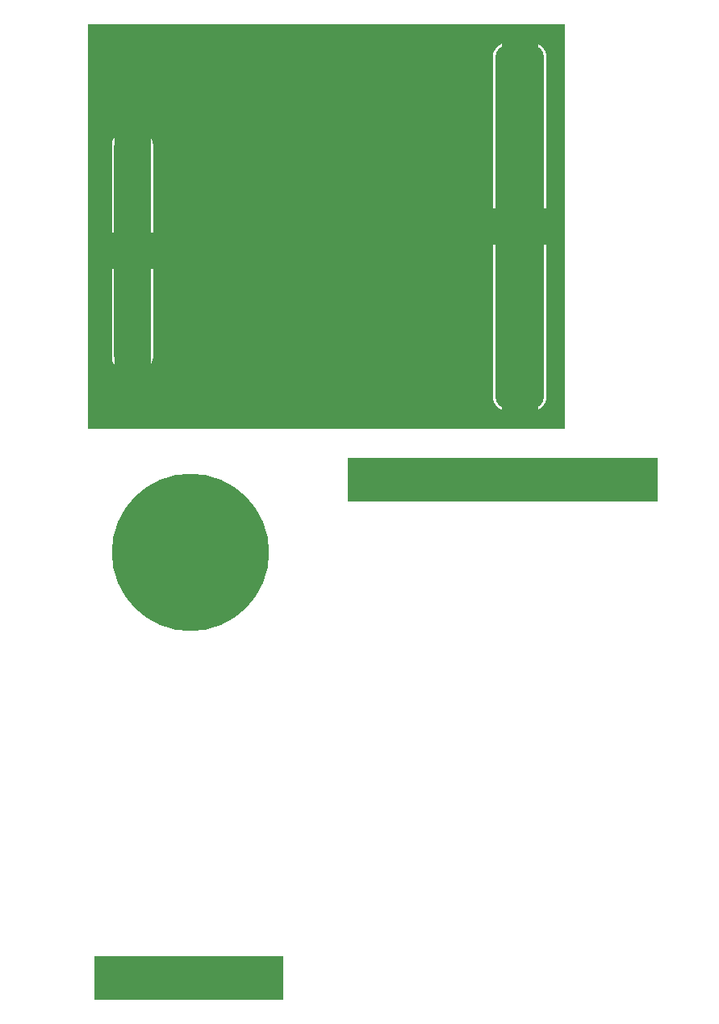
<source format=gbl>
G04*
G04 #@! TF.GenerationSoftware,Altium Limited,Altium Designer,19.1.8 (144)*
G04*
G04 Layer_Physical_Order=2*
G04 Layer_Color=16711680*
%FSLAX24Y24*%
%MOIN*%
G70*
G01*
G75*
%ADD11R,1.2800X0.1800*%
%ADD12R,0.7800X0.1800*%
G04:AMPARAMS|DCode=13|XSize=1500mil|YSize=200mil|CornerRadius=50mil|HoleSize=0mil|Usage=FLASHONLY|Rotation=90.000|XOffset=0mil|YOffset=0mil|HoleType=Round|Shape=RoundedRectangle|*
%AMROUNDEDRECTD13*
21,1,1.5000,0.1000,0,0,90.0*
21,1,1.4000,0.2000,0,0,90.0*
1,1,0.1000,0.0500,0.7000*
1,1,0.1000,0.0500,-0.7000*
1,1,0.1000,-0.0500,-0.7000*
1,1,0.1000,-0.0500,0.7000*
%
%ADD13ROUNDEDRECTD13*%
G04:AMPARAMS|DCode=14|XSize=950mil|YSize=150mil|CornerRadius=37.5mil|HoleSize=0mil|Usage=FLASHONLY|Rotation=90.000|XOffset=0mil|YOffset=0mil|HoleType=Round|Shape=RoundedRectangle|*
%AMROUNDEDRECTD14*
21,1,0.9500,0.0750,0,0,90.0*
21,1,0.8750,0.1500,0,0,90.0*
1,1,0.0750,0.0375,0.4375*
1,1,0.0750,0.0375,-0.4375*
1,1,0.0750,-0.0375,-0.4375*
1,1,0.0750,-0.0375,0.4375*
%
%ADD14ROUNDEDRECTD14*%
%ADD15C,0.6500*%
G36*
X22347Y38347D02*
Y21653D01*
X2653D01*
Y38347D01*
X22347Y38347D01*
D02*
G37*
%LPC*%
G36*
X3646Y33375D02*
Y29750D01*
X3750D01*
Y33667D01*
X3710Y33615D01*
X3662Y33499D01*
X3646Y33375D01*
D02*
G37*
G36*
Y28250D02*
Y24625D01*
X3662Y24501D01*
X3710Y24385D01*
X3750Y24333D01*
Y28250D01*
X3646D01*
D02*
G37*
G36*
X5250Y33667D02*
Y29750D01*
X5354D01*
Y33375D01*
X5338Y33499D01*
X5290Y33615D01*
X5250Y33667D01*
D02*
G37*
G36*
Y28250D02*
Y24333D01*
X5290Y24385D01*
X5338Y24501D01*
X5354Y24625D01*
Y28250D01*
X5250D01*
D02*
G37*
G36*
X19397Y37000D02*
Y30750D01*
X19750D01*
Y37547D01*
X19665Y37501D01*
X19574Y37426D01*
X19499Y37335D01*
X19443Y37231D01*
X19409Y37118D01*
X19397Y37000D01*
D02*
G37*
G36*
Y29250D02*
Y23000D01*
X19409Y22882D01*
X19443Y22769D01*
X19499Y22665D01*
X19574Y22574D01*
X19665Y22499D01*
X19750Y22453D01*
Y29250D01*
X19397D01*
D02*
G37*
G36*
X21250Y37547D02*
Y30750D01*
X21603D01*
Y37000D01*
X21591Y37118D01*
X21557Y37231D01*
X21501Y37335D01*
X21426Y37426D01*
X21335Y37501D01*
X21250Y37547D01*
D02*
G37*
G36*
Y29250D02*
Y22453D01*
X21335Y22499D01*
X21426Y22574D01*
X21501Y22665D01*
X21557Y22769D01*
X21591Y22882D01*
X21603Y23000D01*
Y29250D01*
X21250D01*
D02*
G37*
%LPD*%
D11*
X19800Y19550D02*
D03*
D12*
X6827Y-1000D02*
D03*
D13*
X20500Y30000D02*
D03*
D14*
X4500Y29000D02*
D03*
D15*
X6900Y16550D02*
D03*
M02*

</source>
